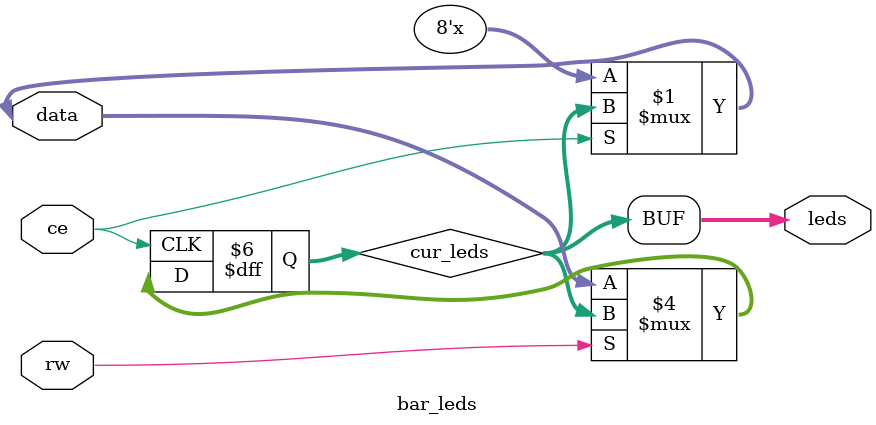
<source format=v>
/*
 * NAME
 * ----
 *
 *   bar_leds - bar of leds
 *
 *
 * DESCRIPTION
 * -----------
 * 
 * 8-bit bar led module suitable for use with a "bus"
 * consisting of address, data and control lines.
 *
 * Any time it is enabled data can be read from (rw = 1)
 * or written to (rw = 0).  At all other times the data
 * line is high z.
 *
 * To write, data must be assigned to 'data', 'rw' set to 0 (write),
 * and then when 'ce' goes high the value will be written.
 * A similar sequence is performed for a read except that rw = 1.
 *
 * The address is not used since it has only one and the equivalent
 * result is accomplished with the chip enable.
 *
 *
 * SYNOPSIS
 * --------
 *
 * This code was take from the test bench bar_leds-test.v.
 * Refer to that module for the most up to date code.
 *  
 *  parameter READ = 1'b1;
 *  parameter WRITE = 1'b0;
 *  parameter ENABLE = 1'b1;
 *  parameter DISABLE = 1'b0;
 *  
 *  // initialize
 *  #1;
 *  ce = DISABLE;
 *  //datar = 8'h00;
 *  datar = 8'bz;
 *  rwr = 1;
 *  
 *  // ### WRITE ###
 *  // IMPORTANT - Nothing else should be driving the bus or else
 *  // bad things could happen.
 *  #1 datar = 8'h4f; // start driving the outputs
 *  #1 rwr = WRITE;
 *  #1 ce = ENABLE;   // enable, triggers a write
 *  // value should have been written
 *  #1 ce = DISABLE;
 *    datar = 8'hz;  // stop driving the outputs
 *  
 *  // ### READ ###
 *  #1 rwr = READ;
 *  #1 ce = ENABLE;
 *  // data should be ready
 *  #1 read_data = datar;
 *  #1 ce = DISABLE;
 *
 *
 * AUTHOR
 * ------
 *
 * Jeremiah Mahler <jmmahler@gmail.com>
 *
 */


module bar_leds(
	input wire ce, // chip enable
	inout wire [8:1] data,
	input wire rw, // read = 1, write = 0  (control)
	output wire [8:1] leds);

	parameter READ = 1'b1;
	parameter WRITE = 1'b0;

	// current value of leds
	reg [8:1] cur_leds;

	assign leds = cur_leds;

	assign data = (ce) ? cur_leds : 8'bz;

	// always @(disabled -> enabled)
	always @(posedge ce) begin
		if (rw == WRITE) begin
			// write
			cur_leds <= data;
		end
	end
endmodule

</source>
